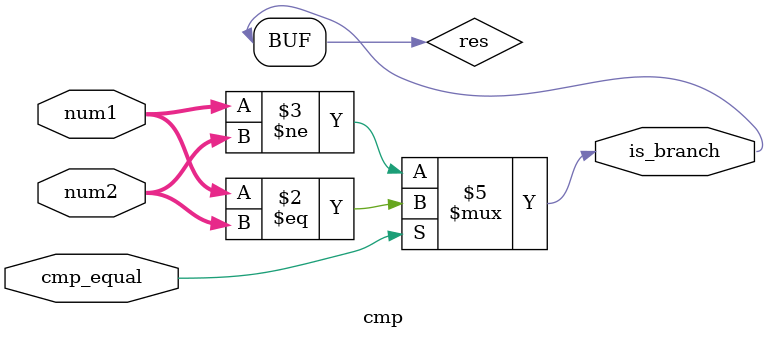
<source format=v>
`timescale 1ns / 1ps


module cmp(
    input   [31:0]  num1,
    input   [31:0]  num2,
    input           cmp_equal,
    
    output          is_branch
    );
    reg     res;
    always @ * begin
        //beq use it
        if(cmp_equal) begin
            res=(num1==num2);
        end
        //bne use it
        else begin
            res=(num1!=num2);
        end
    end
    assign is_branch=res;
endmodule

</source>
